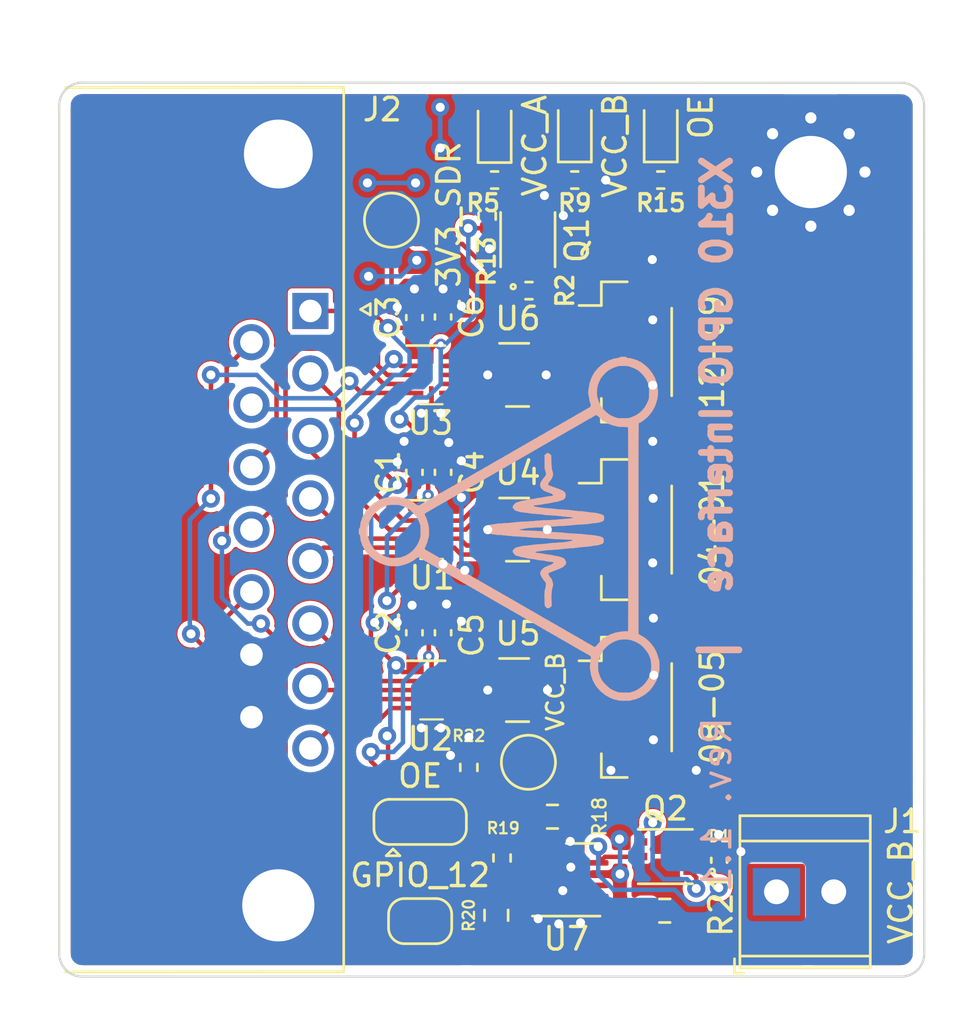
<source format=kicad_pcb>
(kicad_pcb (version 20211014) (generator pcbnew)

  (general
    (thickness 1.6)
  )

  (paper "A4")
  (layers
    (0 "F.Cu" signal)
    (31 "B.Cu" signal)
    (32 "B.Adhes" user "B.Adhesive")
    (33 "F.Adhes" user "F.Adhesive")
    (34 "B.Paste" user)
    (35 "F.Paste" user)
    (36 "B.SilkS" user "B.Silkscreen")
    (37 "F.SilkS" user "F.Silkscreen")
    (38 "B.Mask" user)
    (39 "F.Mask" user)
    (40 "Dwgs.User" user "User.Drawings")
    (41 "Cmts.User" user "User.Comments")
    (42 "Eco1.User" user "User.Eco1")
    (43 "Eco2.User" user "User.Eco2")
    (44 "Edge.Cuts" user)
    (45 "Margin" user)
    (46 "B.CrtYd" user "B.Courtyard")
    (47 "F.CrtYd" user "F.Courtyard")
    (48 "B.Fab" user)
    (49 "F.Fab" user)
    (50 "User.1" user)
    (51 "User.2" user)
    (52 "User.3" user)
    (53 "User.4" user)
    (54 "User.5" user)
    (55 "User.6" user)
    (56 "User.7" user)
    (57 "User.8" user)
    (58 "User.9" user)
  )

  (setup
    (stackup
      (layer "F.SilkS" (type "Top Silk Screen") (color "White"))
      (layer "F.Paste" (type "Top Solder Paste"))
      (layer "F.Mask" (type "Top Solder Mask") (color "Purple") (thickness 0.01))
      (layer "F.Cu" (type "copper") (thickness 0.035))
      (layer "dielectric 1" (type "core") (thickness 1.51) (material "FR4") (epsilon_r 4.5) (loss_tangent 0.02))
      (layer "B.Cu" (type "copper") (thickness 0.035))
      (layer "B.Mask" (type "Bottom Solder Mask") (color "Purple") (thickness 0.01))
      (layer "B.Paste" (type "Bottom Solder Paste"))
      (layer "B.SilkS" (type "Bottom Silk Screen") (color "White"))
      (copper_finish "ENIG")
      (dielectric_constraints no)
    )
    (pad_to_mask_clearance 0)
    (pcbplotparams
      (layerselection 0x00010fc_ffffffff)
      (disableapertmacros false)
      (usegerberextensions false)
      (usegerberattributes true)
      (usegerberadvancedattributes true)
      (creategerberjobfile true)
      (svguseinch false)
      (svgprecision 6)
      (excludeedgelayer true)
      (plotframeref false)
      (viasonmask false)
      (mode 1)
      (useauxorigin false)
      (hpglpennumber 1)
      (hpglpenspeed 20)
      (hpglpendiameter 15.000000)
      (dxfpolygonmode true)
      (dxfimperialunits true)
      (dxfusepcbnewfont true)
      (psnegative false)
      (psa4output false)
      (plotreference true)
      (plotvalue true)
      (plotinvisibletext false)
      (sketchpadsonfab false)
      (subtractmaskfromsilk false)
      (outputformat 1)
      (mirror false)
      (drillshape 0)
      (scaleselection 1)
      (outputdirectory "gerbers/")
    )
  )

  (net 0 "")
  (net 1 "+3V3")
  (net 2 "GND")
  (net 3 "/VCC_B")
  (net 4 "/GPIO_5V0_01")
  (net 5 "/GPIO_5V0_02")
  (net 6 "/GPIO_5V0_03")
  (net 7 "Net-(D5-Pad1)")
  (net 8 "/GPIO_5V0_04")
  (net 9 "/GPIO_5V0_05")
  (net 10 "/GPIO_5V0_06")
  (net 11 "Net-(D9-Pad1)")
  (net 12 "/GPIO_5V0_07")
  (net 13 "/GPIO_5V0_08")
  (net 14 "/GPIO_5V0_09")
  (net 15 "/GPIO_5V0_10")
  (net 16 "Net-(D14-Pad1)")
  (net 17 "/GPIO_5V0_11")
  (net 18 "/GPIO_5V0_12")
  (net 19 "/GPIO_3V3_01")
  (net 20 "/GPIO_3V3_02")
  (net 21 "/GPIO_3V3_03")
  (net 22 "/GPIO_3V3_04")
  (net 23 "/GPIO_3V3_05")
  (net 24 "/GPIO_3V3_06")
  (net 25 "/GPIO_3V3_07")
  (net 26 "/GPIO_3V3_08")
  (net 27 "/GPIO_3V3_09")
  (net 28 "/GPIO_3V3_10")
  (net 29 "/GPIO_3V3_11")
  (net 30 "/GPIO_3V3_OE")
  (net 31 "/OE")
  (net 32 "/GPIO_3V3_12")
  (net 33 "Net-(U1-Pad7)")
  (net 34 "Net-(U1-Pad8)")
  (net 35 "Net-(U1-Pad9)")
  (net 36 "Net-(U1-Pad10)")
  (net 37 "Net-(U2-Pad7)")
  (net 38 "Net-(U2-Pad8)")
  (net 39 "Net-(U2-Pad9)")
  (net 40 "Net-(U2-Pad10)")
  (net 41 "Net-(U3-Pad7)")
  (net 42 "Net-(U3-Pad8)")
  (net 43 "Net-(U3-Pad9)")
  (net 44 "Net-(U3-Pad10)")
  (net 45 "/VCC_B_IN")
  (net 46 "Net-(Q2-Pad1)")
  (net 47 "Net-(Q2-Pad2)")
  (net 48 "Net-(R18-Pad2)")
  (net 49 "Net-(R19-Pad2)")
  (net 50 "Net-(R21-Pad2)")
  (net 51 "unconnected-(U7-Pad6)")
  (net 52 "Net-(Q1-Pad2)")
  (net 53 "Net-(Q1-Pad3)")
  (net 54 "Net-(Q1-Pad5)")
  (net 55 "Net-(Q1-Pad6)")

  (footprint "Resistor_SMD:R_0402_1005Metric" (layer "F.Cu") (at 120.65 78.232))

  (footprint "Package_SON:USON-10_2.5x1.0mm_P0.5mm" (layer "F.Cu") (at 121.666 100.838))

  (footprint "TerminalBlock_TE-Connectivity:TerminalBlock_TE_282834-2_1x02_P2.54mm_Horizontal" (layer "F.Cu") (at 133.1468 109.7788))

  (footprint "Capacitor_SMD:C_0402_1005Metric" (layer "F.Cu") (at 118.364 98.298 90))

  (footprint "Resistor_SMD:R_0603_1608Metric" (layer "F.Cu") (at 123.2154 106.4514 180))

  (footprint "TestPoint:TestPoint_Pad_D2.0mm" (layer "F.Cu") (at 122.1486 104.0384))

  (footprint "MountingHole:MountingHole_3.2mm_M3_Pad_Via" (layer "F.Cu") (at 134.6708 77.8764))

  (footprint "delta_lib:SIA906EDJ-T1-GE3" (layer "F.Cu") (at 128.2192 108.217843 180))

  (footprint "Capacitor_SMD:C_0402_1005Metric" (layer "F.Cu") (at 118.364 84.3 90))

  (footprint "LED_SMD:LED_0603_1608Metric" (layer "F.Cu") (at 120.65 75.9715 90))

  (footprint "Resistor_SMD:R_0402_1005Metric" (layer "F.Cu") (at 119.507 104.267 90))

  (footprint "delta_lib:X1SON" (layer "F.Cu") (at 130.6068 108.3818 -90))

  (footprint "Resistor_SMD:R_0402_1005Metric" (layer "F.Cu") (at 124.204 78.232))

  (footprint "TestPoint:TestPoint_Pad_D2.0mm" (layer "F.Cu") (at 116.078 80.01))

  (footprint "Jumper:SolderJumper-2_P1.3mm_Open_RoundedPad1.0x1.5mm" (layer "F.Cu") (at 117.348 111.079047))

  (footprint "Package_SON:USON-10_2.5x1.0mm_P0.5mm" (layer "F.Cu") (at 121.666 86.868))

  (footprint "Resistor_SMD:R_0402_1005Metric" (layer "F.Cu") (at 128.016 78.232))

  (footprint "delta_lib:SIA906EDJ-T1-GE3" (layer "F.Cu") (at 122.1232 80.8736 90))

  (footprint "Jumper:SolderJumper-3_P1.3mm_Bridged12_RoundedPad1.0x1.5mm" (layer "F.Cu") (at 117.348 106.68))

  (footprint "Capacitor_SMD:C_0402_1005Metric" (layer "F.Cu") (at 117.094 91.186 90))

  (footprint "LED_SMD:LED_0603_1608Metric" (layer "F.Cu") (at 128.016 75.946 90))

  (footprint "Resistor_SMD:R_0603_1608Metric" (layer "F.Cu") (at 120.7262 110.8202 -90))

  (footprint "Resistor_SMD:R_0402_1005Metric" (layer "F.Cu") (at 120.9802 108.2802 -90))

  (footprint "delta_lib:Texas_R_PUQFN-N12" (layer "F.Cu") (at 117.856 100.838))

  (footprint "Capacitor_SMD:C_0402_1005Metric" (layer "F.Cu") (at 117.094 84.328 90))

  (footprint "LED_SMD:LED_0603_1608Metric" (layer "F.Cu") (at 124.206 75.946 90))

  (footprint "delta_lib:DSUB-15_Male_L717SDA15PA4CH4F" (layer "F.Cu") (at 101.559743 93.728597 -90))

  (footprint "Resistor_SMD:R_0402_1005Metric" (layer "F.Cu") (at 120.3198 79.8322 90))

  (footprint "Connector_JST:JST_SH_BM04B-SRSS-TB_1x04-1MP_P1.00mm_Vertical" (layer "F.Cu") (at 126.492 85.852 -90))

  (footprint "Capacitor_SMD:C_0402_1005Metric" (layer "F.Cu") (at 118.364 91.186 90))

  (footprint "Resistor_SMD:R_0402_1005Metric" (layer "F.Cu") (at 122.174 83.1342))

  (footprint "Package_DFN_QFN:DFN-8-1EP_3x3mm_P0.5mm_EP1.65x2.38mm" (layer "F.Cu") (at 123.825 109.2454))

  (footprint "delta_lib:Texas_R_PUQFN-N12" (layer "F.Cu") (at 117.856 93.726))

  (footprint "delta_lib:Texas_R_PUQFN-N12" (layer "F.Cu") (at 117.841 86.868))

  (footprint "Capacitor_SMD:C_0402_1005Metric" (layer "F.Cu") (at 117.094 98.298 90))

  (footprint "Connector_JST:JST_SH_BM04B-SRSS-TB_1x04-1MP_P1.00mm_Vertical" (layer "F.Cu") (at 126.492 101.6 -90))

  (footprint "Package_SON:USON-10_2.5x1.0mm_P0.5mm" (layer "F.Cu") (at 121.666 93.726))

  (footprint "Connector_JST:JST_SH_BM04B-SRSS-TB_1x04-1MP_P1.00mm_Vertical" (layer "F.Cu") (at 126.492 93.726 -90))

  (footprint "Resistor_SMD:R_0603_1608Metric" (layer "F.Cu") (at 128.1938 110.617 180))

  (footprint "aps_radar_lib:delta_logo" (layer "B.Cu")
    (tedit 0) (tstamp 4d2e19ea-0224-4024-8f85-b25db65a516c)
    (at 121.285 93.6752 -90)
    (attr through_hole)
    (fp_text reference "G***" (at 0 0 90) (layer "B.SilkS") hide
      (effects (font (size 1.524 1.524) (thickness 0.3)) (justify mirror))
      (tstamp 5b7405b6-cebf-4e6b-8171-ad883582d168)
    )
    (fp_text value "LOGO" (at 0.75 0 90) (layer "B.SilkS") hide
      (effects (font (size 1.524 1.524) (thickness 0.3)) (justify mirror))
      (tstamp 7afbdec1-2ccf-447c-bb7a-28d9f3496b03)
    )
    (fp_poly (pts
        (xy 0.182134 6.654148)
        (xy 0.218807 6.651316)
        (xy 0.242791 6.644991)
        (xy 0.260433 6.633859)
        (xy 0.269804 6.625142)
        (xy 0.287986 6.610415)
        (xy 0.311351 6.600464)
        (xy 0.346056 6.593698)
        (xy 0.39826 6.588528)
        (xy 0.417012 6.587139)
        (xy 0.492825 6.579117)
        (xy 0.551974 6.56616)
        (xy 0.601881 6.546948)
        (xy 0.644379 6.529327)
        (xy 0.682343 6.517762)
        (xy 0.700433 6.5151)
        (xy 0.730715 6.507669)
        (xy 0.766218 6.489276)
        (xy 0.773798 6.484016)
        (xy 0.810225 6.461665)
        (xy 0.845749 6.4466)
        (xy 0.851148 6.445196)
        (xy 0.886102 6.430436)
        (xy 0.908701 6.412781)
        (xy 0.934141 6.393837)
        (xy 0.95403 6.3881)
        (xy 0.977683 6.379914)
        (xy 1.007622 6.359603)
        (xy 1.015005 6.353176)
        (xy 1.049905 6.322312)
        (xy 1.08989 6.288602)
        (xy 1.100267 6.28015)
        (xy 1.149331 6.23776)
        (xy 1.202552 6.187225)
        (xy 1.253047 6.135462)
        (xy 1.293931 6.089386)
        (xy 1.3081 6.071349)
        (xy 1.336331 6.035173)
        (xy 1.364544 6.002208)
        (xy 1.368499 5.997952)
        (xy 1.391177 5.970052)
        (xy 1.417183 5.929781)
        (xy 1.448947 5.873134)
        (xy 1.477692 5.818118)
        (xy 1.497089 5.783556)
        (xy 1.515042 5.756681)
        (xy 1.517978 5.7531)
        (xy 1.533104 5.726959)
        (xy 1.543697 5.69595)
        (xy 1.555821 5.658039)
        (xy 1.573301 5.616838)
        (xy 1.574999 5.6134)
        (xy 1.587043 5.583156)
        (xy 1.602622 5.535146)
        (xy 1.619589 5.476359)
        (xy 1.633556 5.4229)
        (xy 1.648461 5.359643)
        (xy 1.658684 5.305938)
        (xy 1.665079 5.253885)
        (xy 1.6685 5.195587)
        (xy 1.669799 5.123142)
        (xy 1.669918 5.08635)
        (xy 1.66925 5.002948)
        (xy 1.666641 4.937562)
        (xy 1.661382 4.882838)
        (xy 1.652763 4.831423)
        (xy 1.640074 4.775963)
        (xy 1.639883 4.7752)
        (xy 1.603514 4.645141)
        (xy 1.562186 4.524173)
        (xy 1.518147 4.418488)
        (xy 1.489973 4.36245)
        (xy 1.453861 4.297879)
        (xy 1.423784 4.248076)
        (xy 1.394475 4.205066)
        (xy 1.360667 4.16087)
        (xy 1.340141 4.135479)
        (xy 1.298588 4.076848)
        (xy 1.278669 4.026918)
        (xy 1.279896 3.981909)
        (xy 1.301781 3.938041)
        (xy 1.312806 3.923938)
        (xy 1.334017 3.894981)
        (xy 1.345519 3.871983)
        (xy 1.3462 3.867889)
        (xy 1.353546 3.84746)
        (xy 1.371468 3.81946)
        (xy 1.373792 3.816447)
        (xy 1.394226 3.788113)
        (xy 1.416531 3.751768)
        (xy 1.44375 3.702169)
        (xy 1.473921 3.643911)
        (xy 1.493657 3.610427)
        (xy 1.512854 3.585697)
        (xy 1.516074 3.582708)
        (xy 1.532804 3.558985)
        (xy 1.54305 3.530601)
        (xy 1.555632 3.498064)
        (xy 1.571001 3.477683)
        (xy 1.588815 3.456123)
        (xy 1.60917 3.422286)
        (xy 1.615292 3.41013)
        (xy 1.636315 3.368615)
        (xy 1.662634 3.319937)
        (xy 1.6764 3.29565)
        (xy 1.702729 3.248347)
        (xy 1.728318 3.199467)
        (xy 1.73879 3.178175)
        (xy 1.756114 3.146329)
        (xy 1.77093 3.126946)
        (xy 1.775823 3.124201)
        (xy 1.786612 3.113399)
        (xy 1.801223 3.085924)
        (xy 1.809074 3.067051)
        (xy 1.823736 3.033735)
        (xy 1.836534 3.013138)
        (xy 1.841171 3.009901)
        (xy 1.852174 2.999376)
        (xy 1.867205 2.973072)
        (xy 1.872173 2.962275)
        (xy 1.894239 2.915683)
        (xy 1.920705 2.865616)
        (xy 1.946925 2.820399)
        (xy 1.968253 2.788357)
        (xy 1.971494 2.784296)
        (xy 1.991396 2.754785)
        (xy 2.020759 2.702478)
        (xy 2.059232 2.628008)
        (xy 2.069637 2.607202)
        (xy 2.087895 2.573815)
        (xy 2.103435 2.550974)
        (xy 2.1082 2.54635)
        (xy 2.120601 2.53126)
        (xy 2.138142 2.501641)
        (xy 2.146452 2.485499)
        (xy 2.168769 2.4423)
        (xy 2.196004 2.39249)
        (xy 2.209656 2.36855)
        (xy 2.235864 2.321682)
        (xy 2.261157 2.273603)
        (xy 2.271591 2.252475)
        (xy 2.289678 2.218809)
        (xy 2.30597 2.195551)
        (xy 2.310883 2.191069)
        (xy 2.324285 2.174444)
        (xy 2.340325 2.143701)
        (xy 2.345063 2.13252)
        (xy 2.359343 2.101861)
        (xy 2.37139 2.084366)
        (xy 2.374352 2.0828)
        (xy 2.384791 2.072287)
        (xy 2.399486 2.046007)
        (xy 2.404438 2.035175)
        (xy 2.423269 1.996261)
        (xy 2.448508 1.949472)
        (xy 2.463268 1.92405)
        (xy 2.515396 1.835834)
        (xy 2.561384 1.755223)
        (xy 2.59715 1.689403)
        (xy 2.618277 1.652785)
        (xy 2.638986 1.622553)
        (xy 2.643272 1.617349)
        (xy 2.663541 1.585928)
        (xy 2.67335 1.5621)
        (xy 2.689083 1.527388)
        (xy 2.703427 1.506852)
        (xy 2.727592 1.472498)
        (xy 2.760045 1.415019)
        (xy 2.799771 1.336383)
        (xy 2.821032 1.300225)
        (xy 2.844431 1.270376)
        (xy 2.845092 1.269708)
        (xy 2.863989 1.242089)
        (xy 2.8702 1.2192)
        (xy 2.878822 1.191373)
        (xy 2.895026 1.168974)
        (xy 2.917009 1.141296)
        (xy 2.939949 1.104268)
        (xy 2.944345 1.095949)
        (xy 2.97992 1.027184)
        (xy 3.006849 0.978201)
        (xy 3.027036 0.945673)
        (xy 3.040064 0.928759)
        (xy 3.057598 0.900318)
        (xy 3.067135 0.87433)
        (xy 3.082615 0.841211)
        (xy 3.106224 0.811791)
        (xy 3.127596 0.785608)
        (xy 3.136887 0.762127)
        (xy 3.1369 0.761499)
        (xy 3.144387 0.73731)
        (xy 3.162603 0.707399)
        (xy 3.164492 0.704947)
        (xy 3.185331 0.675968)
        (xy 3.208191 0.638511)
        (xy 3.236224 0.587168)
        (xy 3.260776 0.53975)
        (xy 3.28163 0.5044)
        (xy 3.302253 0.47625)
        (xy 3.320917 0.446965)
        (xy 3.337722 0.408582)
        (xy 3.33952 0.403225)
        (xy 3.351979 0.373002)
        (xy 3.364159 0.356586)
        (xy 3.366936 0.3556)
        (xy 3.379088 0.345124)
        (xy 3.396064 0.318549)
        (xy 3.404709 0.301625)
        (xy 3.426629 0.258079)
        (xy 3.453576 0.208041)
        (xy 3.4671 0.18415)
        (xy 3.493241 0.137251)
        (xy 3.518492 0.089149)
        (xy 3.528891 0.068075)
        (xy 3.546762 0.034575)
        (xy 3.562576 0.011604)
        (xy 3.567287 0.007224)
        (xy 3.580577 -0.008454)
        (xy 3.598679 -0.038504)
        (xy 3.606952 -0.054501)
        (xy 3.629275 -0.097684)
        (xy 3.656538 -0.147478)
        (xy 3.670233 -0.17145)
        (xy 3.693949 -0.212745)
        (xy 3.714764 -0.250002)
        (xy 3.72374 -0.2667)
        (xy 3.743213 -0.30081)
        (xy 3.764465 -0.334266)
        (xy 3.820036 -0.426719)
        (xy 3.858289 -0.501829)
        (xy 3.877926 -0.537275)
        (xy 3.897441 -0.564192)
        (xy 3.902698 -0.569382)
        (xy 3.9202 -0.593802)
        (xy 3.93065 -0.622299)
        (xy 3.943232 -0.654836)
        (xy 3.958601 -0.675217)
        (xy 3.976415 -0.696777)
        (xy 3.99677 -0.730614)
        (xy 4.002892 -0.74277)
        (xy 4.023927 -0.784256)
        (xy 4.050298 -0.832905)
        (xy 4.064143 -0.85725)
        (xy 4.090661 -0.904413)
        (xy 4.116609 -0.953008)
        (xy 4.127347 -0.974198)
        (xy 4.14544 -1.007619)
        (xy 4.160877 -1.030459)
        (xy 4.165599 -1.035049)
        (xy 4.177984 -1.05015)
        (xy 4.195474 -1.079788)
        (xy 4.203734 -1.095901)
        (xy 4.228222 -1.142953)
        (xy 4.255501 -1.191319)
        (xy 4.26079 -1.20015)
        (xy 4.304602 -1.273645)
        (xy 4.346718 -1.346916)
        (xy 4.381693 -1.410446)
        (xy 4.38785 -1.422097)
        (xy 4.408977 -1.458715)
        (xy 4.429686 -1.488947)
        (xy 4.433972 -1.494151)
        (xy 4.454241 -1.525572)
        (xy 4.46405 -1.5494)
        (xy 4.478498 -1.582553)
        (xy 4.49151 -1.601816)
        (xy 4.511704 -1.630392)
        (xy 4.539007 -1.676843)
        (xy 4.570376 -1.735761)
        (xy 4.596011 -1.787525)
        (xy 4.613637 -1.81936)
        (xy 4.628914 -1.838746)
        (xy 4.634063 -1.8415)
        (xy 4.645271 -1.852389)
        (xy 4.658143 -1.879491)
        (xy 4.661479 -1.889125)
        (xy 4.67714 -1.927517)
        (xy 4.695495 -1.959065)
        (xy 4.69792 -1.96215)
        (xy 4.718055 -1.990828)
        (xy 4.73931 -2.027421)
        (xy 4.741675 -2.032)
        (xy 4.777251 -2.09944)
        (xy 4.807195 -2.14975)
        (xy 4.835347 -2.189371)
        (xy 4.835951 -2.19014)
        (xy 4.855037 -2.220304)
        (xy 4.864002 -2.246093)
        (xy 4.8641 -2.248057)
        (xy 4.873255 -2.273974)
        (xy 4.884885 -2.28744)
        (xy 4.90329 -2.309452)
        (xy 4.924102 -2.343568)
        (xy 4.930272 -2.35567)
        (xy 4.962435 -2.4197)
        (xy 4.992951 -2.475703)
        (xy 5.018724 -2.518199)
        (xy 5.033489 -2.538383)
        (xy 5.051434 -2.567095)
        (xy 5.060907 -2.5908)
        (xy 5.07714 -2.62583)
        (xy 5.092942 -2.64795)
        (xy 5.113783 -2.677056)
        (xy 5.134235 -2.714081)
        (xy 5.13597 -2.7178)
        (xy 5.155472 -2.755406)
        (xy 5.181625 -2.799777)
        (xy 5.194205 -2.8194)
        (xy 5.222415 -2.864112)
        (xy 5.2495 -2.91049)
        (xy 5.258632 -2.92735)
        (xy 5.292157 -2.991333)
        (xy 5.316366 -3.036675)
        (xy 5.333496 -3.067356)
        (xy 5.345784 -3.087354)
        (xy 5.355466 -3.100651)
        (xy 5.357216 -3.102772)
        (xy 5.369873 -3.120178)
        (xy 5.387391 -3.148769)
        (xy 5.411711 -3.191928)
        (xy 5.444776 -3.253036)
        (xy 5.46072 -3.28295)
        (xy 5.483365 -3.324437)
        (xy 5.510761 -3.373127)
        (xy 5.524643 -3.39725)
        (xy 5.550838 -3.443661)
        (xy 5.576227 -3.490799)
        (xy 5.586871 -3.51155)
        (xy 5.613045 -3.555272)
        (xy 5.645116 -3.597893)
        (xy 5.651056 -3.604596)
        (xy 5.679694 -3.631496)
        (xy 5.703557 -3.641158)
        (xy 5.724696 -3.639393)
        (xy 5.800547 -3.625493)
        (xy 5.885131 -3.6139)
        (xy 5.973085 -3.60496)
        (xy 6.059046 -3.599018)
        (xy 6.137653 -3.596417)
        (xy 6.203542 -3.597502)
        (xy 6.251352 -3.602619)
        (xy 6.2611 -3.604914)
        (xy 6.294637 -3.612335)
        (xy 6.344157 -3.620768)
        (xy 6.400372 -3.628672)
        (xy 6.415323 -3.630495)
        (xy 6.47965 -3.64077)
        (xy 6.5359 -3.654757)
        (xy 6.573885 -3.669551)
        (xy 6.612173 -3.686196)
        (xy 6.647176 -3.695312)
        (xy 6.654611 -3.695887)
        (xy 6.690115 -3.702581)
        (xy 6.7183 -3.714641)
        (xy 6.747886 -3.73119)
        (xy 6.788654 -3.753107)
        (xy 6.81355 -3.766169)
        (xy 6.877161 -3.799449)
        (xy 6.924055 -3.825161)
        (xy 6.960153 -3.847253)
        (xy 6.991377 -3.86967)
        (xy 7.023649 -3.896361)
        (xy 7.062891 -3.931273)
        (xy 7.06755 -3.93548)
        (xy 7.092215 -3.956509)
        (xy 7.127198 -3.984913)
        (xy 7.14846 -4.001688)
        (xy 7.182485 -4.03263)
        (xy 7.223433 -4.076289)
        (xy 7.263768 -4.124504)
        (xy 7.273408 -4.137022)
        (xy 7.305865 -4.179004)
        (xy 7.333844 -4.213282)
        (xy 7.353023 -4.234638)
        (xy 7.357597 -4.238622)
        (xy 7.372304 -4.255221)
        (xy 7.391331 -4.285285)
        (xy 7.39775 -4.297123)
        (xy 7.43487 -4.367534)
        (xy 7.463559 -4.419108)
        (xy 7.486177 -4.456003)
        (xy 7.496175 -4.470562)
        (xy 7.512412 -4.499231)
        (xy 7.518516 -4.52085)
        (xy 7.523933 -4.542556)
        (xy 7.537726 -4.577553)
        (xy 7.549868 -4.60375)
        (xy 7.567879 -4.646954)
        (xy 7.579559 -4.687546)
        (xy 7.581917 -4.70535)
        (xy 7.586635 -4.738846)
        (xy 7.597866 -4.783762)
        (xy 7.6073 -4.8133)
        (xy 7.615972 -4.841158)
        (xy 7.622393 -4.871265)
        (xy 7.626894 -4.907917)
        (xy 7.629805 -4.955415)
        (xy 7.631457 -5.018058)
        (xy 7.632183 -5.100144)
        (xy 7.632285 -5.137785)
        (xy 7.631886 -5.21605)
        (xy 7.630532 -5.285787)
        (xy 7.628382 -5.342955)
        (xy 7.625596 -5.383514)
        (xy 7.622335 -5.403423)
        (xy 7.621726 -5.404485)
        (xy 7.611727 -5.424936)
        (xy 7.600419 -5.461271)
        (xy 7.59012 -5.504233)
        (xy 7.58315 -5.544566)
        (xy 7.581502 -5.565048)
        (xy 7.575772 -5.592802)
        (xy 7.561522 -5.6321)
        (xy 7.549868 -5.65785)
        (xy 7.532409 -5.69669)
        (xy 7.52102 -5.728445)
        (xy 7.518516 -5.741107)
        (xy 7.511284 -5.763386)
        (xy 7.493444 -5.794305)
        (xy 7.487315 -5.802998)
        (xy 7.464964 -5.839425)
        (xy 7.449899 -5.874949)
        (xy 7.448495 -5.880348)
        (xy 7.433735 -5.915302)
        (xy 7.41608 -5.937901)
        (xy 7.397313 -5.959658)
        (xy 7.391168 -5.974143)
        (xy 7.383597 -5.991918)
        (xy 7.364879 -6.01989)
        (xy 7.356243 -6.031014)
        (xy 7.326489 -6.067983)
        (xy 7.29238 -6.110529)
        (xy 7.279801 -6.126264)
        (xy 7.221953 -6.195395)
        (xy 7.173497 -6.246362)
        (xy 7.141244 -6.2738)
        (xy 7.11826 -6.290813)
        (xy 7.082562 -6.317943)
        (xy 7.041437 -6.349649)
        (xy 7.036899 -6.353175)
        (xy 6.998732 -6.381855)
        (xy 6.967958 -6.403144)
        (xy 6.950221 -6.413182)
        (xy 6.948726 -6.4135)
        (xy 6.933035 -6.421971)
        (xy 6.916183 -6.437757)
        (xy 6.886381 -6.459925)
        (xy 6.861093 -6.470332)
        (xy 6.828639 -6.484319)
        (xy 6.794059 -6.507226)
        (xy 6.791203 -6.509574)
        (xy 6.7626 -6.529917)
        (xy 6.739482 -6.540195)
        (xy 6.736627 -6.5405)
        (xy 6.716214 -6.544862)
        (xy 6.68027 -6.556264)
        (xy 6.639176 -6.57126)
        (xy 6.583218 -6.590616)
        (xy 6.523022 -6.608041)
        (xy 6.48652 -6.616622)
        (xy 6.443515 -6.627609)
        (xy 6.409287 -6.640614)
        (xy 6.395352 -6.649361)
        (xy 6.375919 -6.656176)
        (xy 6.335744 -6.661582)
        (xy 6.279444 -6.665586)
        (xy 6.211638 -6.668197)
        (xy 6.136943 -6.669424)
        (xy 6.059977 -6.669275)
        (xy 5.985359 -6.667757)
        (xy 5.917706 -6.664879)
        (xy 5.861636 -6.66065)
        (xy 5.821767 -6.655078)
        (xy 5.802846 -6.648303)
        (xy 5.781182 -6.63614)
        (xy 5.742753 -6.622634)
        (xy 5.695836 -6.610688)
        (xy 5.69535 -6.610586)
        (xy 5.641848 -6.597112)
        (xy 5.590526 -6.580482)
        (xy 5.556739 -6.566282)
        (xy 5.521301 -6.550353)
        (xy 5.492699 -6.541291)
        (xy 5.486182 -6.5405)
        (xy 5.46369 -6.533333)
        (xy 5.432464 -6.515467)
        (xy 5.4229 -6.50875)
        (xy 5.392926 -6.488893)
        (xy 5.370277 -6.477824)
        (xy 5.366029 -6.477)
        (xy 5.343835 -6.46914)
        (xy 5.306631 -6.447589)
        (xy 5.258513 -6.415391)
        (xy 5.203578 -6.375591)
        (xy 5.145923 -6.331231)
        (xy 5.089645 -6.285356)
        (xy 5.038843 -6.241008)
        (xy 5.005014 -6.208796)
        (xy 4.970128 -6.171843)
        (xy 4.931642 -6.128077)
        (xy 4.893265 -6.082115)
        (xy 4.858704 -6.038573)
        (xy 4.831667 -6.002067)
        (xy 4.815862 -5.977215)
        (xy 4.8133 -5.970106)
        (xy 4.80577 -5.953424)
        (xy 4.787178 -5.927349)
        (xy 4.782374 -5.921496)
        (xy 4.75895 -5.887155)
        (xy 4.743541 -5.853018)
        (xy 4.742853 -5.850492)
        (xy 4.728425 -5.818587)
        (xy 4.703941 -5.784042)
        (xy 4.698832 -5.778321)
        (xy 4.663409 -5.7404)
        (xy -0.401004 -5.7404)
        (xy -0.784981 -5.740406)
        (xy -1.145099 -5.740421)
        (xy -1.482128 -5.740448)
        (xy -1.796836 -5.740493)
        (xy -2.089996 -5.740559)
        (xy -2.362375 -5.740651)
        (xy -2.614746 -5.740772)
        (xy -2.847877 -5.740928)
        (xy -3.062539 -5.741121)
        (xy -3.259502 -5.741357)
        (xy -3.439536 -5.741639)
        (xy -3.603411 -5.741972)
        (xy -3.751898 -5.74236)
        (xy -3.885765 -5.742807)
        (xy -4.005785 -5.743317)
        (xy -4.112725 -5.743894)
        (xy -4.207358 -5.744543)
        (xy -4.290452 -5.745268)
        (xy -4.362778 -5.746072)
        (xy -4.425106 -5.746961)
        (xy -4.478205 -5.747938)
        (xy -4.522847 -5.749007)
        (xy -4.559802 -5.750173)
        (xy -4.589838 -5.75144)
        (xy -4.613727 -5.752811)
        (xy -4.632238 -5.754292)
        (xy -4.646142 -5.755886)
        (xy -4.656209 -5.757598)
        (xy -4.663208 -5.759431)
        (xy -4.66791 -5.76139)
        (xy -4.671086 -5.76348)
        (xy -4.673504 -5.765703)
        (xy -4.6736 -5.7658)
        (xy -4.692599 -5.793056)
        (xy -4.699 -5.815625)
        (xy -4.706851 -5.840991)
        (xy -4.726195 -5.872116)
        (xy -4.73075 -5.877783)
        (xy -4.751152 -5.904191)
        (xy -4.761974 -5.922415)
        (xy -4.762501 -5.924706)
        (xy -4.770046 -5.939253)
        (xy -4.788954 -5.964677)
        (xy -4.797426 -5.974898)
        (xy -4.829358 -6.013456)
        (xy -4.861009 -6.053227)
        (xy -4.8641 -6.057232)
        (xy -4.908558 -6.109935)
        (xy -4.961267 -6.164761)
        (xy -5.013513 -6.212963)
        (xy -5.04187 -6.2357)
        (xy -5.081139 -6.265563)
        (xy -5.119931 -6.296416)
        (xy -5.123756 -6.299565)
        (xy -5.175043 -6.338794)
        (xy -5.227104 -6.37319)
        (xy -5.272619 -6.398169)
        (xy -5.2959 -6.407381)
        (xy -5.330534 -6.422839)
        (xy -5.350965 -6.437006)
        (xy -5.377408 -6.453541)
        (xy -5.421193 -6.474131)
        (xy -5.475222 -6.495901)
        (xy -5.532402 -6.515977)
        (xy -5.58165 -6.530469)
        (xy -5.629544 -6.543855)
        (xy -5.678697 -6.559028)
        (xy -5.68325 -6.560532)
        (xy -5.759229 -6.58123)
        (xy -5.843723 -6.594725)
        (xy -5.941533 -6.601469)
        (xy -6.057456 -6.601913)
        (xy -6.107941 -6.6005)
        (xy -6.193665 -6.596728)
        (xy -6.259322 -6.591835)
        (xy -6.310242 -6.585165)
        (xy -6.351754 -6.576066)
        (xy -6.380564 -6.567026)
        (xy -6.424788 -6.55279)
        (xy -6.462743 -6.543005)
        (xy -6.482164 -6.540102)
        (xy -6.508246 -6.534415)
        (xy -6.546366 -6.520263)
        (xy -6.57225 -6.508468)
        (xy -6.611217 -6.490997)
        (xy -6.643228 -6.479608)
        (xy -6.656064 -6.477116)
        (xy -6.67765 -6.470262)
        (xy -6.710626 -6.45286)
        (xy -6.732264 -6.439131)
        (xy -6.76604 -6.417712)
        (xy -6.792024 -6.403867)
        (xy -6.80085 -6.40101)
        (xy -6.819718 -6.392686)
        (xy -6.857565 -6.368284)
        (xy -6.913961 -6.328107)
        (xy -6.988475 -6.272457)
        (xy -7.042108 -6.231453)
        (xy -7.084833 -6.194565)
        (xy -7.133886 -6.145761)
        (xy -7.186286 -6.088752)
        (xy -7.239051 -6.027253)
        (xy -7.289201 -5.964975)
        (xy -7.333755 -5.905632)
        (xy -7.369731 -5.852938)
        (xy -7.394149 -5.810603)
        (xy -7.404027 -5.782343)
        (xy -7.4041 -5.780591)
        (xy -7.410753 -5.762443)
        (xy -7.427484 -5.732955)
        (xy -7.43585 -5.720141)
        (xy -7.455521 -5.685957)
        (xy -7.466661 -5.656521)
        (xy -7.4676 -5.649345)
        (xy -7.472336 -5.625163)
        (xy -7.484612 -5.587058)
        (xy -7.497939 -5.552692)
        (xy -7.513967 -5.504918)
        (xy -7.529244 -5.443419)
        (xy -7.540981 -5.379784)
        (xy -7.542928 -5.36575)
        (xy -7.551821 -5.299527)
        (xy -7.559233 -5.254572)
        (xy -7.566328 -5.226887)
        (xy -7.574266 -5.212478)
        (xy -7.584211 -5.207348)
        (xy -7.589106 -5.207)
        (xy -7.598097 -5.195393)
        (xy -7.604416 -5.164663)
        (xy -7.608086 -5.120941)
        (xy -7.609124 -5.070362)
        (xy -7.609031 -5.0673)
        (xy -7.206641 -5.0673)
        (xy -7.20634 -5.144181)
        (xy -7.204911 -5.202032)
        (xy -7.201565 -5.24722)
        (xy -7.195511 -5.286114)
        (xy -7.185961 -5.32508)
        (xy -7.172125 -5.370486)
        (xy -7.167123 -5.385999)
        (xy -7.142371 -5.454625)
        (xy -7.110632 -5.531983)
        (xy -7.077484 -5.604729)
        (xy -7.066239 -5.627299)
        (xy -7.035477 -5.684)
        (xy -7.005157 -5.731192)
        (xy -6.969912 -5.775888)
        (xy -6.924376 -5.825103)
        (xy -6.883812 -5.865693)
        (xy -6.815103 -5.930324)
        (xy -6.747669 -5.988482)
        (xy -6.685506 -6.037035)
        (xy -6.632611 -6.072852)
        (xy -6.594728 -6.092177)
        (xy -6.567134 -6.105307)
        (xy -6.541352 -6.12045)
        (xy -6.511748 -6.135573)
        (xy -6.464335 -6.155313)
        (xy -6.40569 -6.177171)
        (xy -6.342387 -6.198646)
        (xy -6.30555 -6.210114)
        (xy -6.281169 -6.213501)
        (xy -6.236074 -6.216111)
        (xy -6.174945 -6.217815)
        (xy -6.102459 -6.218485)
        (xy -6.023295 -6.217994)
        (xy -6.0198 -6.217944)
        (xy -5.933885 -6.216558)
        (xy -5.868598 -6.214846)
        (xy -5.819173 -6.212236)
        (xy -5.780839 -6.208156)
        (xy -5.748828 -6.202035)
        (xy -5.71837 -6.193302)
        (xy -5.684697 -6.181385)
        (xy -5.67055 -6.176085)
        (xy -5.502048 -6.100618)
        (xy -5.352539 -6.0083)
        (xy -5.221912 -5.899019)
        (xy -5.110058 -5.772661)
        (xy -5.016864 -5.629115)
        (xy -4.942219 -5.468268)
        (xy -4.924272 -5.419085)
        (xy -4.910071 -5.377035)
        (xy -4.899666 -5.342036)
        (xy -4.89246 -5.308907)
        (xy -4.887853 -5.272465)
        (xy -4.885245 -5.227531)
        (xy -4.884037 -5.168922)
        (xy -4.88363 -5.091456)
        (xy -4.883581 -5.0673)
        (xy -4.88356 -4.98418)
        (xy -4.884232 -4.921339)
        (xy -4.886179 -4.873653)
        (xy -4.889982 -4.836003)
        (xy -4.896224 -4.803265)
        (xy -4.905486 -4.770318)
        (xy -4.91835 -4.73204)
        (xy -4.923244 -4.71805)
        (xy -4.961062 -4.61807)
        (xy -5.000558 -4.5323)
        (xy -5.045469 -4.455087)
        (xy -5.09953 -4.380776)
        (xy -5.166478 -4.303715)
        (xy -5.250049 -4.218249)
        (xy -5.259915 -4.208582)
        (xy -5.316073 -4.155281)
        (xy -5.363041 -4.115369)
        (xy -5.408546 -4.083289)
        (xy -5.460313 -4.053481)
        (xy -5.5118 -4.027352)
        (xy -5.677873 -3.958514)
        (xy -5.84378 -3.915069)
        (xy -6.009341 -3.897012)
        (xy -6.174375 -3.904334)
        (xy -6.3387 -3.93703)
        (xy -6.502136 -3.995092)
        (xy -6.64845 -4.069108)
        (xy -6.699478 -4.103463)
        (xy -6.759514 -4.151452)
        (xy -6.823483 -4.208207)
        (xy -6.886308 -4.26886)
        (xy -6.942915 -4.328542)
        (xy -6.988228 -4.382385)
        (xy -7.013883 -4.4196)
        (xy -7.065145 -4.510943)
        (xy -7.104916 -4.589712)
        (xy -7.136835 -4.663732)
        (xy -7.164542 -4.740828)
        (xy -7.167478 -4.7498)
        (xy -7.182598 -4.797911)
        (xy -7.193235 -4.837899)
        (xy -7.200173 -4.876116)
        (xy -7.204195 -4.918912)
        (xy -7.206084 -4.97264)
        (xy -7.206625 -5.043649)
        (xy -7.206641 -5.0673)
        (xy -7.609031 -5.0673)
        (xy -7.607552 -5.019057)
        (xy -7.603389 -4.973161)
        (xy -7.596655 -4.938806)
        (xy -7.588185 -4.92265)
        (xy -7.577555 -4.904381)
        (xy -7.565216 -4.867786)
        (xy -7.552765 -4.819722)
        (xy -7.541798 -4.767047)
        (xy -7.533911 -4.716619)
        (xy -7.530703 -4.675657)
        (xy -7.524901 -4.6451)
        (xy -7.510487 -4.603844)
        (xy -7.499069 -4.57835)
        (xy -7.481307 -4.536367)
        (xy -7.469937 -4.498217)
        (xy -7.467717 -4.481637)
        (xy -7.45974 -4.446958)
        (xy -7.443787 -4.418137)
        (xy -7.429121 -4.397993)
        (xy -7.413168 -4.372321)
        (xy -7.393185 -4.336266)
        (xy -7.366427 -4.284976)
        (xy -7.347107 -4.24709)
        (xy -7.328293 -4.216457)
        (xy -7.297543 -4.173237)
        (xy -7.259646 -4.123962)
        (xy -7.231309 -4.089218)
        (xy -7.172427 -4.021331)
        (xy -7.117265 -3.96393)
        (xy -7.057261 -3.908591)
        (xy -7.014913 -3.872883)
        (xy -5.027039 -3.872883)
        (xy -5.011176 -3.910156)
        (xy -4.974405 -3.95487)
        (xy -4.968875 -3.960622)
        (xy -4.871908 -4.067478)
        (xy -4.790587 -4.174069)
        (xy -4.7174 -4.290561)
        (xy -4.693716 -4.332976)
        (xy -4.673334 -4.367866)
        (xy -4.65621 -4.392749)
        (xy -4.649419 -4.399796)
        (xy -4.638699 -4.416322)
        (xy -4.629025 -4.446304)
        (xy -4.628578 -4.44832)
        (xy -4.616414 -4.488425)
        (xy -4.598714 -4.530863)
        (xy -4.597007 -4.534302)
        (xy -4.581127 -4.573663)
        (xy -4.566276 -4.623295)
        (xy -4.560463 -4.648602)
        (xy -4.548072 -4.703884)
        (xy -4.532658 -4.763823)
        (xy -4.525797 -4.7879)
        (xy -4.51617 -4.830946)
        (xy -4.509299 -4.888013)
        (xy -4.504867 -4.962842)
        (xy -4.502555 -5.059173)
        (xy -4.502522 -5.061889)
        (xy -4.501136 -5.132089)
        (xy -4.498901 -5.193777)
        (xy -4.496065 -5.242287)
        (xy -4.492877 -5.272954)
        (xy -4.490832 -5.280964)
        (xy -4.477566 -5.282154)
        (xy -4.440002 -5.2833)
        (xy -4.379241 -5.284401)
        (xy -
... [469632 chars truncated]
</source>
